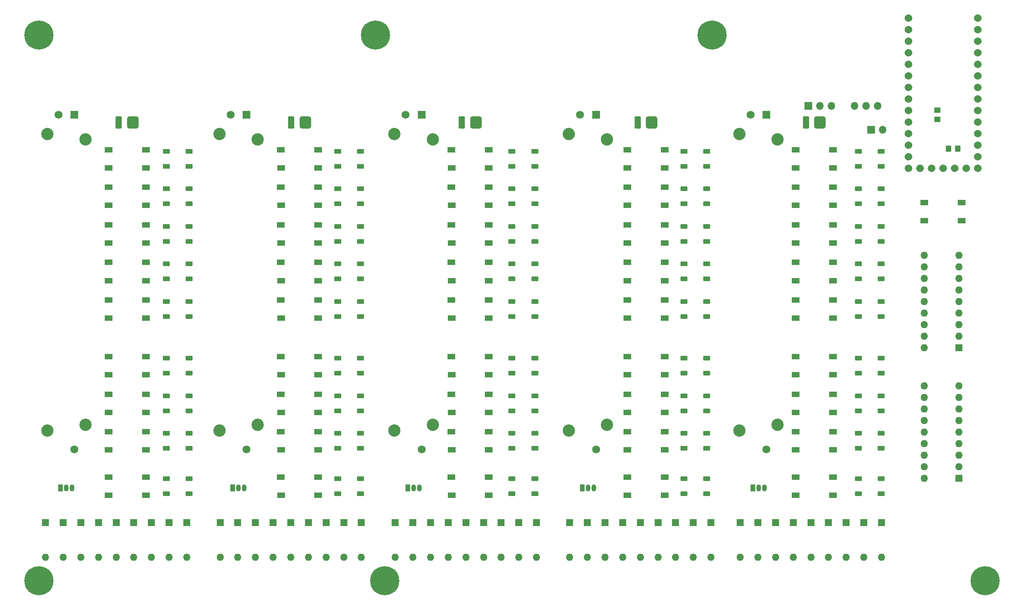
<source format=gbr>
%TF.GenerationSoftware,KiCad,Pcbnew,8.0.1*%
%TF.CreationDate,2024-04-27T00:37:19-05:00*%
%TF.ProjectId,ControlMixer,436f6e74-726f-46c4-9d69-7865722e6b69,rev?*%
%TF.SameCoordinates,Original*%
%TF.FileFunction,Soldermask,Top*%
%TF.FilePolarity,Negative*%
%FSLAX46Y46*%
G04 Gerber Fmt 4.6, Leading zero omitted, Abs format (unit mm)*
G04 Created by KiCad (PCBNEW 8.0.1) date 2024-04-27 00:37:19*
%MOMM*%
%LPD*%
G01*
G04 APERTURE LIST*
G04 Aperture macros list*
%AMRoundRect*
0 Rectangle with rounded corners*
0 $1 Rounding radius*
0 $2 $3 $4 $5 $6 $7 $8 $9 X,Y pos of 4 corners*
0 Add a 4 corners polygon primitive as box body*
4,1,4,$2,$3,$4,$5,$6,$7,$8,$9,$2,$3,0*
0 Add four circle primitives for the rounded corners*
1,1,$1+$1,$2,$3*
1,1,$1+$1,$4,$5*
1,1,$1+$1,$6,$7*
1,1,$1+$1,$8,$9*
0 Add four rect primitives between the rounded corners*
20,1,$1+$1,$2,$3,$4,$5,0*
20,1,$1+$1,$4,$5,$6,$7,0*
20,1,$1+$1,$6,$7,$8,$9,0*
20,1,$1+$1,$8,$9,$2,$3,0*%
G04 Aperture macros list end*
%ADD10C,1.665000*%
%ADD11RoundRect,0.250000X0.450000X-0.350000X0.450000X0.350000X-0.450000X0.350000X-0.450000X-0.350000X0*%
%ADD12RoundRect,0.250000X-0.350000X-0.450000X0.350000X-0.450000X0.350000X0.450000X-0.350000X0.450000X0*%
%ADD13RoundRect,0.250000X0.550000X0.250000X-0.550000X0.250000X-0.550000X-0.250000X0.550000X-0.250000X0*%
%ADD14C,2.700000*%
%ADD15C,1.750000*%
%ADD16R,1.750000X1.750000*%
%ADD17O,1.600000X1.600000*%
%ADD18R,1.600000X1.600000*%
%ADD19R,1.800000X1.300000*%
%ADD20R,1.775000X1.300000*%
%ADD21C,6.400000*%
%ADD22O,1.050000X1.500000*%
%ADD23R,1.050000X1.500000*%
%ADD24RoundRect,0.250001X0.462499X1.074999X-0.462499X1.074999X-0.462499X-1.074999X0.462499X-1.074999X0*%
%ADD25RoundRect,0.438598X0.811402X0.886402X-0.811402X0.886402X-0.811402X-0.886402X0.811402X-0.886402X0*%
%ADD26O,1.700000X1.700000*%
%ADD27R,1.700000X1.700000*%
G04 APERTURE END LIST*
D10*
%TO.C,IC1*%
X231130000Y-30295000D03*
X231130000Y-32835000D03*
X231130000Y-35375000D03*
X231130000Y-37915000D03*
X231130000Y-40455000D03*
X231130000Y-42995000D03*
X231130000Y-45535000D03*
X231130000Y-48075000D03*
X231130000Y-50615000D03*
X231130000Y-53155000D03*
X231130000Y-55695000D03*
X231130000Y-58235000D03*
X231130000Y-60775000D03*
X231130000Y-63315000D03*
X233670000Y-63315000D03*
X236210000Y-63315000D03*
X238750000Y-63315000D03*
X241290000Y-63315000D03*
X243830000Y-63315000D03*
X246370000Y-63315000D03*
X246370000Y-60775000D03*
X246370000Y-58235000D03*
X246370000Y-55695000D03*
X246370000Y-53155000D03*
X246370000Y-50615000D03*
X246370000Y-48075000D03*
X246370000Y-45535000D03*
X246370000Y-42995000D03*
X246370000Y-40455000D03*
X246370000Y-37915000D03*
X246370000Y-35375000D03*
X246370000Y-32835000D03*
X246370000Y-30295000D03*
%TD*%
D11*
%TO.C,R4*%
X237500000Y-52500000D03*
X237500000Y-50500000D03*
%TD*%
D12*
%TO.C,R3*%
X240000000Y-59000000D03*
X242000000Y-59000000D03*
%TD*%
D13*
%TO.C,D90*%
X72989064Y-134855000D03*
X72989064Y-131555000D03*
X67989064Y-134855000D03*
X67989064Y-131555000D03*
%TD*%
%TO.C,D89*%
X72989064Y-124855000D03*
X72989064Y-121555000D03*
X67989064Y-124855000D03*
X67989064Y-121555000D03*
%TD*%
%TO.C,D88*%
X72989064Y-116595000D03*
X72989064Y-113295000D03*
X67989064Y-116595000D03*
X67989064Y-113295000D03*
%TD*%
%TO.C,D87*%
X72989064Y-108335000D03*
X72989064Y-105035000D03*
X67989064Y-108335000D03*
X67989064Y-105035000D03*
%TD*%
%TO.C,D86*%
X72989064Y-95875000D03*
X72989064Y-92575000D03*
X67989064Y-95875000D03*
X67989064Y-92575000D03*
%TD*%
%TO.C,D85*%
X72989064Y-87615000D03*
X72989064Y-84315000D03*
X67989064Y-87615000D03*
X67989064Y-84315000D03*
%TD*%
%TO.C,D84*%
X72989064Y-79355000D03*
X72989064Y-76055000D03*
X67989064Y-79355000D03*
X67989064Y-76055000D03*
%TD*%
%TO.C,D83*%
X72989064Y-71095000D03*
X72989064Y-67795000D03*
X67989064Y-71095000D03*
X67989064Y-67795000D03*
%TD*%
%TO.C,D82*%
X72989064Y-62835000D03*
X72989064Y-59535000D03*
X67989064Y-62835000D03*
X67989064Y-59535000D03*
%TD*%
%TO.C,D81*%
X110712500Y-134855000D03*
X110712500Y-131555000D03*
X105712500Y-134855000D03*
X105712500Y-131555000D03*
%TD*%
%TO.C,D80*%
X110712500Y-124855000D03*
X110712500Y-121555000D03*
X105712500Y-124855000D03*
X105712500Y-121555000D03*
%TD*%
%TO.C,D79*%
X110712500Y-116595000D03*
X110712500Y-113295000D03*
X105712500Y-116595000D03*
X105712500Y-113295000D03*
%TD*%
%TO.C,D78*%
X110712500Y-108335000D03*
X110712500Y-105035000D03*
X105712500Y-108335000D03*
X105712500Y-105035000D03*
%TD*%
%TO.C,D77*%
X110712500Y-95875000D03*
X110712500Y-92575000D03*
X105712500Y-95875000D03*
X105712500Y-92575000D03*
%TD*%
%TO.C,D76*%
X110712500Y-87615000D03*
X110712500Y-84315000D03*
X105712500Y-87615000D03*
X105712500Y-84315000D03*
%TD*%
%TO.C,D75*%
X110712500Y-79355000D03*
X110712500Y-76055000D03*
X105712500Y-79355000D03*
X105712500Y-76055000D03*
%TD*%
%TO.C,D74*%
X110712500Y-71095000D03*
X110712500Y-67795000D03*
X105712500Y-71095000D03*
X105712500Y-67795000D03*
%TD*%
%TO.C,D73*%
X110712500Y-62835000D03*
X110712500Y-59535000D03*
X105712500Y-62835000D03*
X105712500Y-59535000D03*
%TD*%
%TO.C,D72*%
X149001562Y-134855000D03*
X149001562Y-131555000D03*
X144001562Y-134855000D03*
X144001562Y-131555000D03*
%TD*%
%TO.C,D71*%
X149001562Y-124855000D03*
X149001562Y-121555000D03*
X144001562Y-124855000D03*
X144001562Y-121555000D03*
%TD*%
%TO.C,D70*%
X149001562Y-116595000D03*
X149001562Y-113295000D03*
X144001562Y-116595000D03*
X144001562Y-113295000D03*
%TD*%
%TO.C,D69*%
X149001562Y-108335000D03*
X149001562Y-105035000D03*
X144001562Y-108335000D03*
X144001562Y-105035000D03*
%TD*%
%TO.C,D68*%
X149001562Y-95875000D03*
X149001562Y-92575000D03*
X144001562Y-95875000D03*
X144001562Y-92575000D03*
%TD*%
%TO.C,D67*%
X149001562Y-87615000D03*
X149001562Y-84315000D03*
X144001562Y-87615000D03*
X144001562Y-84315000D03*
%TD*%
%TO.C,D66*%
X149001562Y-79355000D03*
X149001562Y-76055000D03*
X144001562Y-79355000D03*
X144001562Y-76055000D03*
%TD*%
%TO.C,D65*%
X149001562Y-71095000D03*
X149001562Y-67795000D03*
X144001562Y-71095000D03*
X144001562Y-67795000D03*
%TD*%
%TO.C,D64*%
X149001562Y-62835000D03*
X149001562Y-59535000D03*
X144001562Y-62835000D03*
X144001562Y-59535000D03*
%TD*%
%TO.C,D63*%
X186800000Y-134855000D03*
X186800000Y-131555000D03*
X181800000Y-134855000D03*
X181800000Y-131555000D03*
%TD*%
%TO.C,D62*%
X186800000Y-124855000D03*
X186800000Y-121555000D03*
X181800000Y-124855000D03*
X181800000Y-121555000D03*
%TD*%
%TO.C,D61*%
X186800000Y-116595000D03*
X186800000Y-113295000D03*
X181800000Y-116595000D03*
X181800000Y-113295000D03*
%TD*%
%TO.C,D60*%
X186800000Y-108335000D03*
X186800000Y-105035000D03*
X181800000Y-108335000D03*
X181800000Y-105035000D03*
%TD*%
%TO.C,D59*%
X186800000Y-95875000D03*
X186800000Y-92575000D03*
X181800000Y-95875000D03*
X181800000Y-92575000D03*
%TD*%
%TO.C,D58*%
X186800000Y-87615000D03*
X186800000Y-84315000D03*
X181800000Y-87615000D03*
X181800000Y-84315000D03*
%TD*%
%TO.C,D57*%
X186800000Y-79355000D03*
X186800000Y-76055000D03*
X181800000Y-79355000D03*
X181800000Y-76055000D03*
%TD*%
%TO.C,D56*%
X186800000Y-71095000D03*
X186800000Y-67795000D03*
X181800000Y-71095000D03*
X181800000Y-67795000D03*
%TD*%
%TO.C,D55*%
X186800000Y-62835000D03*
X186800000Y-59535000D03*
X181800000Y-62835000D03*
X181800000Y-59535000D03*
%TD*%
%TO.C,D54*%
X225185936Y-134855000D03*
X225185936Y-131555000D03*
X220185936Y-134855000D03*
X220185936Y-131555000D03*
%TD*%
%TO.C,D53*%
X225185936Y-124855000D03*
X225185936Y-121555000D03*
X220185936Y-124855000D03*
X220185936Y-121555000D03*
%TD*%
%TO.C,D52*%
X225185936Y-116595000D03*
X225185936Y-113295000D03*
X220185936Y-116595000D03*
X220185936Y-113295000D03*
%TD*%
%TO.C,D51*%
X225185936Y-108335000D03*
X225185936Y-105035000D03*
X220185936Y-108335000D03*
X220185936Y-105035000D03*
%TD*%
%TO.C,D50*%
X225185936Y-95875000D03*
X225185936Y-92575000D03*
X220185936Y-95875000D03*
X220185936Y-92575000D03*
%TD*%
%TO.C,D49*%
X225185936Y-87615000D03*
X225185936Y-84315000D03*
X220185936Y-87615000D03*
X220185936Y-84315000D03*
%TD*%
%TO.C,D48*%
X225185936Y-79355000D03*
X225185936Y-76055000D03*
X220185936Y-79355000D03*
X220185936Y-76055000D03*
%TD*%
%TO.C,D47*%
X225185936Y-71095000D03*
X225185936Y-67795000D03*
X220185936Y-71095000D03*
X220185936Y-67795000D03*
%TD*%
%TO.C,D46*%
X225185936Y-62835000D03*
X225185936Y-59535000D03*
X220185936Y-62835000D03*
X220185936Y-59535000D03*
%TD*%
D14*
%TO.C,RV1*%
X41839064Y-120905000D03*
X50239064Y-119705000D03*
X50239064Y-56905000D03*
X41839064Y-55705000D03*
D15*
X47789064Y-125055000D03*
X44289064Y-51555000D03*
D16*
X47789064Y-51555000D03*
%TD*%
D17*
%TO.C,D32*%
X160568750Y-148810000D03*
D18*
X160568750Y-141190000D03*
%TD*%
D19*
%TO.C,SW31*%
X169362500Y-108685000D03*
D20*
X169350000Y-104685000D03*
D19*
X177562500Y-108685000D03*
X177562500Y-104685000D03*
%TD*%
D17*
%TO.C,D16*%
X83718750Y-148810000D03*
D18*
X83718750Y-141190000D03*
%TD*%
D19*
%TO.C,SW37*%
X206362500Y-87965000D03*
D20*
X206350000Y-83965000D03*
D19*
X214562500Y-87965000D03*
X214562500Y-83965000D03*
%TD*%
%TO.C,SW39*%
X206362500Y-108685000D03*
D20*
X206350000Y-104685000D03*
D19*
X214562500Y-108685000D03*
X214562500Y-104685000D03*
%TD*%
%TO.C,SW3*%
X55289064Y-71445000D03*
D20*
X55276564Y-67445000D03*
D19*
X63489064Y-71445000D03*
X63489064Y-67445000D03*
%TD*%
D14*
%TO.C,RV2*%
X79662500Y-120905000D03*
X88062500Y-119705000D03*
X88062500Y-56905000D03*
X79662500Y-55705000D03*
D15*
X85612500Y-125055000D03*
X82112500Y-51555000D03*
D16*
X85612500Y-51555000D03*
%TD*%
D17*
%TO.C,D4*%
X60856250Y-148810000D03*
D18*
X60856250Y-141190000D03*
%TD*%
D17*
%TO.C,D14*%
X91481250Y-148810000D03*
D18*
X91481250Y-141190000D03*
%TD*%
D17*
%TO.C,D11*%
X103125000Y-148810000D03*
D18*
X103125000Y-141190000D03*
%TD*%
D17*
%TO.C,D21*%
X133862500Y-148810000D03*
D18*
X133862500Y-141190000D03*
%TD*%
D19*
%TO.C,SW24*%
X130712500Y-116945000D03*
D20*
X130700000Y-112945000D03*
D19*
X138912500Y-116945000D03*
X138912500Y-112945000D03*
%TD*%
%TO.C,SW41*%
X206362500Y-125205000D03*
D20*
X206350000Y-121205000D03*
D19*
X214562500Y-125205000D03*
X214562500Y-121205000D03*
%TD*%
%TO.C,SW9*%
X55289064Y-125205000D03*
D20*
X55276564Y-121205000D03*
D19*
X63489064Y-125205000D03*
X63489064Y-121205000D03*
%TD*%
%TO.C,SW35*%
X206362500Y-71445000D03*
D20*
X206350000Y-67445000D03*
D19*
X214562500Y-71445000D03*
X214562500Y-67445000D03*
%TD*%
D17*
%TO.C,D36*%
X213593750Y-148810000D03*
D18*
X213593750Y-141190000D03*
%TD*%
D17*
%TO.C,D35*%
X217475000Y-148810000D03*
D18*
X217475000Y-141190000D03*
%TD*%
D19*
%TO.C,SW42*%
X55289064Y-135205000D03*
D20*
X55276564Y-131205000D03*
D19*
X63489064Y-135205000D03*
X63489064Y-131205000D03*
%TD*%
D17*
%TO.C,D5*%
X56975000Y-148810000D03*
D18*
X56975000Y-141190000D03*
%TD*%
D19*
%TO.C,SW30*%
X169362500Y-96225000D03*
D20*
X169350000Y-92225000D03*
D19*
X177562500Y-96225000D03*
X177562500Y-92225000D03*
%TD*%
D17*
%TO.C,D9*%
X110887500Y-148810000D03*
D18*
X110887500Y-141190000D03*
%TD*%
D19*
%TO.C,SW5*%
X55289064Y-87965000D03*
D20*
X55276564Y-83965000D03*
D19*
X63489064Y-87965000D03*
X63489064Y-83965000D03*
%TD*%
D17*
%TO.C,D27*%
X179975000Y-148810000D03*
D18*
X179975000Y-141190000D03*
%TD*%
D17*
%TO.C,D19*%
X141625000Y-148810000D03*
D18*
X141625000Y-141190000D03*
%TD*%
D17*
%TO.C,D25*%
X187737500Y-148810000D03*
D18*
X187737500Y-141190000D03*
%TD*%
D21*
%TO.C,J2*%
X114000000Y-34000000D03*
%TD*%
D17*
%TO.C,D24*%
X122218750Y-148810000D03*
D18*
X122218750Y-141190000D03*
%TD*%
D17*
%TO.C,D3*%
X64737500Y-148810000D03*
D18*
X64737500Y-141190000D03*
%TD*%
D19*
%TO.C,SW29*%
X169362500Y-87965000D03*
D20*
X169350000Y-83965000D03*
D19*
X177562500Y-87965000D03*
X177562500Y-83965000D03*
%TD*%
D22*
%TO.C,Q4*%
X161982500Y-133565000D03*
X160712500Y-133565000D03*
D23*
X159442500Y-133565000D03*
%TD*%
D17*
%TO.C,D33*%
X225237500Y-148810000D03*
D18*
X225237500Y-141190000D03*
%TD*%
D19*
%TO.C,SW17*%
X93212500Y-125205000D03*
D20*
X93200000Y-121205000D03*
D19*
X101412500Y-125205000D03*
X101412500Y-121205000D03*
%TD*%
D17*
%TO.C,D30*%
X168331250Y-148810000D03*
D18*
X168331250Y-141190000D03*
%TD*%
D24*
%TO.C,D93*%
X132975000Y-53205000D03*
D25*
X136065000Y-53205000D03*
%TD*%
D19*
%TO.C,SW12*%
X93212500Y-79705000D03*
D20*
X93200000Y-75705000D03*
D19*
X101412500Y-79705000D03*
X101412500Y-75705000D03*
%TD*%
%TO.C,SW46*%
X206362500Y-135205000D03*
D20*
X206350000Y-131205000D03*
D19*
X214562500Y-135205000D03*
X214562500Y-131205000D03*
%TD*%
D17*
%TO.C,D41*%
X41450000Y-148810000D03*
D18*
X41450000Y-141190000D03*
%TD*%
D22*
%TO.C,Q3*%
X123632500Y-133565000D03*
X122362500Y-133565000D03*
D23*
X121092500Y-133565000D03*
%TD*%
D17*
%TO.C,D42*%
X79837500Y-148810000D03*
D18*
X79837500Y-141190000D03*
%TD*%
D19*
%TO.C,SW16*%
X93212500Y-116945000D03*
D20*
X93200000Y-112945000D03*
D19*
X101412500Y-116945000D03*
X101412500Y-112945000D03*
%TD*%
D26*
%TO.C,JP1*%
X225515000Y-54805000D03*
D27*
X222975000Y-54805000D03*
%TD*%
D22*
%TO.C,Q5*%
X199482500Y-133565000D03*
X198212500Y-133565000D03*
D23*
X196942500Y-133565000D03*
%TD*%
D21*
%TO.C,J5*%
X116000000Y-154000000D03*
%TD*%
D19*
%TO.C,SW33*%
X169362500Y-125205000D03*
D20*
X169350000Y-121205000D03*
D19*
X177562500Y-125205000D03*
X177562500Y-121205000D03*
%TD*%
D17*
%TO.C,D13*%
X95362500Y-148810000D03*
D18*
X95362500Y-141190000D03*
%TD*%
D24*
%TO.C,D95*%
X208625000Y-53205000D03*
D25*
X211715000Y-53205000D03*
%TD*%
D26*
%TO.C,U3*%
X224365000Y-49555000D03*
X221825000Y-49555000D03*
X219285000Y-49555000D03*
X214205000Y-49555000D03*
X211665000Y-49555000D03*
D27*
X209125000Y-49555000D03*
%TD*%
D19*
%TO.C,SW25*%
X130712500Y-125205000D03*
D20*
X130700000Y-121205000D03*
D19*
X138912500Y-125205000D03*
X138912500Y-121205000D03*
%TD*%
D17*
%TO.C,D40*%
X198068750Y-148810000D03*
D18*
X198068750Y-141190000D03*
%TD*%
D17*
%TO.C,D23*%
X126100000Y-148810000D03*
D18*
X126100000Y-141190000D03*
%TD*%
D19*
%TO.C,SW43*%
X93212500Y-135205000D03*
D20*
X93200000Y-131205000D03*
D19*
X101412500Y-135205000D03*
X101412500Y-131205000D03*
%TD*%
D17*
%TO.C,D1*%
X72500000Y-148810000D03*
D18*
X72500000Y-141190000D03*
%TD*%
D19*
%TO.C,SW4*%
X55289064Y-79705000D03*
D20*
X55276564Y-75705000D03*
D19*
X63489064Y-79705000D03*
X63489064Y-75705000D03*
%TD*%
D21*
%TO.C,J3*%
X188000000Y-34000000D03*
%TD*%
D17*
%TO.C,U1*%
X234680000Y-131455000D03*
X234680000Y-128915000D03*
X234680000Y-126375000D03*
X234680000Y-123835000D03*
X234680000Y-121295000D03*
X234680000Y-118755000D03*
X234680000Y-116215000D03*
X234680000Y-113675000D03*
X234680000Y-111135000D03*
X242300000Y-111135000D03*
X242300000Y-113675000D03*
X242300000Y-116215000D03*
X242300000Y-118755000D03*
X242300000Y-121295000D03*
X242300000Y-123835000D03*
X242300000Y-126375000D03*
X242300000Y-128915000D03*
D18*
X242300000Y-131455000D03*
%TD*%
D19*
%TO.C,SW20*%
X130712500Y-79705000D03*
D20*
X130700000Y-75705000D03*
D19*
X138912500Y-79705000D03*
X138912500Y-75705000D03*
%TD*%
%TO.C,SW21*%
X130712500Y-87965000D03*
D20*
X130700000Y-83965000D03*
D19*
X138912500Y-87965000D03*
X138912500Y-83965000D03*
%TD*%
D24*
%TO.C,D91*%
X57551564Y-53205000D03*
D25*
X60641564Y-53205000D03*
%TD*%
D19*
%TO.C,SW34*%
X214562500Y-63185000D03*
X206362500Y-63185000D03*
D20*
X206350000Y-59185000D03*
D19*
X214562500Y-59185000D03*
%TD*%
%TO.C,SW6*%
X55289064Y-96225000D03*
D20*
X55276564Y-92225000D03*
D19*
X63489064Y-96225000D03*
X63489064Y-92225000D03*
%TD*%
%TO.C,SW7*%
X55289064Y-108685000D03*
D20*
X55276564Y-104685000D03*
D19*
X63489064Y-108685000D03*
X63489064Y-104685000D03*
%TD*%
%TO.C,SW15*%
X93212500Y-108685000D03*
D20*
X93200000Y-104685000D03*
D19*
X101412500Y-108685000D03*
X101412500Y-104685000D03*
%TD*%
%TO.C,SW2*%
X55289064Y-63185000D03*
D20*
X55276564Y-59185000D03*
D19*
X63489064Y-63185000D03*
X63489064Y-59185000D03*
%TD*%
D17*
%TO.C,D18*%
X145506250Y-148810000D03*
D18*
X145506250Y-141190000D03*
%TD*%
D19*
%TO.C,SW11*%
X93212500Y-71445000D03*
D20*
X93200000Y-67445000D03*
D19*
X101412500Y-71445000D03*
X101412500Y-67445000D03*
%TD*%
D17*
%TO.C,D37*%
X209712500Y-148810000D03*
D18*
X209712500Y-141190000D03*
%TD*%
D24*
%TO.C,D94*%
X171625000Y-53205000D03*
D25*
X174715000Y-53205000D03*
%TD*%
D19*
%TO.C,SW28*%
X169362500Y-79705000D03*
D20*
X169350000Y-75705000D03*
D19*
X177562500Y-79705000D03*
X177562500Y-75705000D03*
%TD*%
%TO.C,SW14*%
X93212500Y-96225000D03*
D20*
X93200000Y-92225000D03*
D19*
X101412500Y-96225000D03*
X101412500Y-92225000D03*
%TD*%
%TO.C,SW32*%
X169362500Y-116945000D03*
D20*
X169350000Y-112945000D03*
D19*
X177562500Y-116945000D03*
X177562500Y-112945000D03*
%TD*%
%TO.C,SW36*%
X206362500Y-79705000D03*
D20*
X206350000Y-75705000D03*
D19*
X214562500Y-79705000D03*
X214562500Y-75705000D03*
%TD*%
D24*
%TO.C,D92*%
X95475000Y-53205000D03*
D25*
X98565000Y-53205000D03*
%TD*%
D19*
%TO.C,SW40*%
X206362500Y-116945000D03*
D20*
X206350000Y-112945000D03*
D19*
X214562500Y-116945000D03*
X214562500Y-112945000D03*
%TD*%
%TO.C,SW1*%
X234650000Y-70805000D03*
X242850000Y-70805000D03*
X234650000Y-74805000D03*
D20*
X242862500Y-74805000D03*
%TD*%
D21*
%TO.C,J1*%
X40000000Y-34000000D03*
%TD*%
D17*
%TO.C,D10*%
X107006250Y-148810000D03*
D18*
X107006250Y-141190000D03*
%TD*%
D22*
%TO.C,Q1*%
X47309064Y-133565000D03*
X46039064Y-133565000D03*
D23*
X44769064Y-133565000D03*
%TD*%
D17*
%TO.C,D38*%
X205831250Y-148810000D03*
D18*
X205831250Y-141190000D03*
%TD*%
D17*
%TO.C,D29*%
X172212500Y-148810000D03*
D18*
X172212500Y-141190000D03*
%TD*%
D17*
%TO.C,D26*%
X183856250Y-148810000D03*
D18*
X183856250Y-141190000D03*
%TD*%
D14*
%TO.C,RV5*%
X194012500Y-120905000D03*
X202412500Y-119705000D03*
X202412500Y-56905000D03*
X194012500Y-55705000D03*
D15*
X199962500Y-125055000D03*
X196462500Y-51555000D03*
D16*
X199962500Y-51555000D03*
%TD*%
D19*
%TO.C,SW22*%
X130712500Y-96225000D03*
D20*
X130700000Y-92225000D03*
D19*
X138912500Y-96225000D03*
X138912500Y-92225000D03*
%TD*%
%TO.C,SW8*%
X55289064Y-116945000D03*
D20*
X55276564Y-112945000D03*
D19*
X63489064Y-116945000D03*
X63489064Y-112945000D03*
%TD*%
%TO.C,SW10*%
X101412500Y-63185000D03*
X93212500Y-63185000D03*
D20*
X93200000Y-59185000D03*
D19*
X101412500Y-59185000D03*
%TD*%
D14*
%TO.C,RV4*%
X156512500Y-120905000D03*
X164912500Y-119705000D03*
X164912500Y-56905000D03*
X156512500Y-55705000D03*
D15*
X162462500Y-125055000D03*
X158962500Y-51555000D03*
D16*
X162462500Y-51555000D03*
%TD*%
D17*
%TO.C,D17*%
X149387500Y-148810000D03*
D18*
X149387500Y-141190000D03*
%TD*%
D17*
%TO.C,D39*%
X201950000Y-148810000D03*
D18*
X201950000Y-141190000D03*
%TD*%
D17*
%TO.C,D43*%
X118337500Y-148810000D03*
D18*
X118337500Y-141190000D03*
%TD*%
D17*
%TO.C,D28*%
X176093750Y-148810000D03*
D18*
X176093750Y-141190000D03*
%TD*%
D21*
%TO.C,J6*%
X248000000Y-154000000D03*
%TD*%
D19*
%TO.C,SW45*%
X169362500Y-135205000D03*
D20*
X169350000Y-131205000D03*
D19*
X177562500Y-135205000D03*
X177562500Y-131205000D03*
%TD*%
D17*
%TO.C,D31*%
X164450000Y-148810000D03*
D18*
X164450000Y-141190000D03*
%TD*%
D19*
%TO.C,SW18*%
X138912500Y-63185000D03*
X130712500Y-63185000D03*
D20*
X130700000Y-59185000D03*
D19*
X138912500Y-59185000D03*
%TD*%
D17*
%TO.C,D45*%
X194187500Y-148810000D03*
D18*
X194187500Y-141190000D03*
%TD*%
D14*
%TO.C,RV3*%
X118162500Y-120905000D03*
X126562500Y-119705000D03*
X126562500Y-56905000D03*
X118162500Y-55705000D03*
D15*
X124112500Y-125055000D03*
X120612500Y-51555000D03*
D16*
X124112500Y-51555000D03*
%TD*%
D17*
%TO.C,D44*%
X156687500Y-148810000D03*
D18*
X156687500Y-141190000D03*
%TD*%
D17*
%TO.C,D8*%
X45331250Y-148810000D03*
D18*
X45331250Y-141190000D03*
%TD*%
D19*
%TO.C,SW26*%
X177562500Y-63185000D03*
X169362500Y-63185000D03*
D20*
X169350000Y-59185000D03*
D19*
X177562500Y-59185000D03*
%TD*%
D17*
%TO.C,D2*%
X68618750Y-148810000D03*
D18*
X68618750Y-141190000D03*
%TD*%
D17*
%TO.C,D20*%
X137743750Y-148810000D03*
D18*
X137743750Y-141190000D03*
%TD*%
D17*
%TO.C,D34*%
X221356250Y-148810000D03*
D18*
X221356250Y-141190000D03*
%TD*%
D21*
%TO.C,J4*%
X40000000Y-154000000D03*
%TD*%
D17*
%TO.C,D22*%
X129981250Y-148810000D03*
D18*
X129981250Y-141190000D03*
%TD*%
D19*
%TO.C,SW38*%
X206362500Y-96225000D03*
D20*
X206350000Y-92225000D03*
D19*
X214562500Y-96225000D03*
X214562500Y-92225000D03*
%TD*%
D17*
%TO.C,D6*%
X53093750Y-148810000D03*
D18*
X53093750Y-141190000D03*
%TD*%
D17*
%TO.C,D12*%
X99243750Y-148810000D03*
D18*
X99243750Y-141190000D03*
%TD*%
D17*
%TO.C,D15*%
X87600000Y-148810000D03*
D18*
X87600000Y-141190000D03*
%TD*%
D19*
%TO.C,SW13*%
X93212500Y-87965000D03*
D20*
X93200000Y-83965000D03*
D19*
X101412500Y-87965000D03*
X101412500Y-83965000D03*
%TD*%
%TO.C,SW23*%
X130712500Y-108685000D03*
D20*
X130700000Y-104685000D03*
D19*
X138912500Y-108685000D03*
X138912500Y-104685000D03*
%TD*%
D17*
%TO.C,D7*%
X49212500Y-148810000D03*
D18*
X49212500Y-141190000D03*
%TD*%
D19*
%TO.C,SW19*%
X130712500Y-71445000D03*
D20*
X130700000Y-67445000D03*
D19*
X138912500Y-71445000D03*
X138912500Y-67445000D03*
%TD*%
D17*
%TO.C,U2*%
X234680000Y-102705000D03*
X234680000Y-100165000D03*
X234680000Y-97625000D03*
X234680000Y-95085000D03*
X234680000Y-92545000D03*
X234680000Y-90005000D03*
X234680000Y-87465000D03*
X234680000Y-84925000D03*
X234680000Y-82385000D03*
X242300000Y-82385000D03*
X242300000Y-84925000D03*
X242300000Y-87465000D03*
X242300000Y-90005000D03*
X242300000Y-92545000D03*
X242300000Y-95085000D03*
X242300000Y-97625000D03*
X242300000Y-100165000D03*
D18*
X242300000Y-102705000D03*
%TD*%
D19*
%TO.C,SW44*%
X130712500Y-135205000D03*
D20*
X130700000Y-131205000D03*
D19*
X138912500Y-135205000D03*
X138912500Y-131205000D03*
%TD*%
D22*
%TO.C,Q2*%
X85132500Y-133565000D03*
X83862500Y-133565000D03*
D23*
X82592500Y-133565000D03*
%TD*%
D19*
%TO.C,SW27*%
X169362500Y-71445000D03*
D20*
X169350000Y-67445000D03*
D19*
X177562500Y-71445000D03*
X177562500Y-67445000D03*
%TD*%
M02*

</source>
